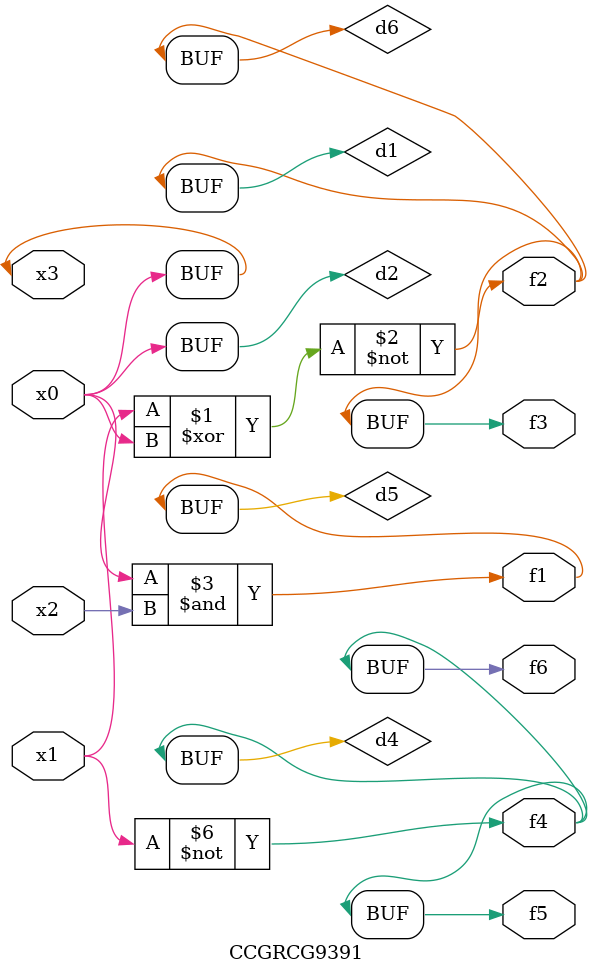
<source format=v>
module CCGRCG9391(
	input x0, x1, x2, x3,
	output f1, f2, f3, f4, f5, f6
);

	wire d1, d2, d3, d4, d5, d6;

	xnor (d1, x1, x3);
	buf (d2, x0, x3);
	nand (d3, x0, x2);
	not (d4, x1);
	nand (d5, d3);
	or (d6, d1);
	assign f1 = d5;
	assign f2 = d6;
	assign f3 = d6;
	assign f4 = d4;
	assign f5 = d4;
	assign f6 = d4;
endmodule

</source>
